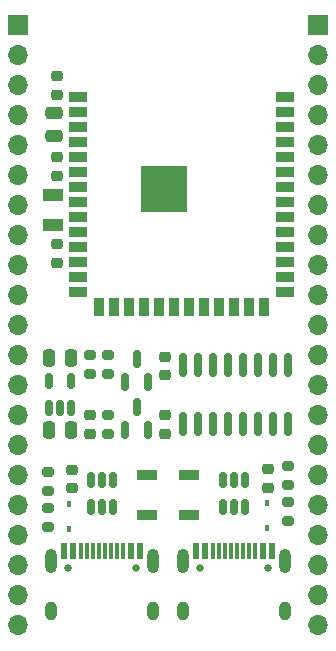
<source format=gbr>
%TF.GenerationSoftware,KiCad,Pcbnew,(6.0.10)*%
%TF.CreationDate,2023-01-22T23:50:18+10:00*%
%TF.ProjectId,ESP32-S3-Breakout,45535033-322d-4533-932d-427265616b6f,rev?*%
%TF.SameCoordinates,Original*%
%TF.FileFunction,Soldermask,Top*%
%TF.FilePolarity,Negative*%
%FSLAX46Y46*%
G04 Gerber Fmt 4.6, Leading zero omitted, Abs format (unit mm)*
G04 Created by KiCad (PCBNEW (6.0.10)) date 2023-01-22 23:50:18*
%MOMM*%
%LPD*%
G01*
G04 APERTURE LIST*
G04 Aperture macros list*
%AMRoundRect*
0 Rectangle with rounded corners*
0 $1 Rounding radius*
0 $2 $3 $4 $5 $6 $7 $8 $9 X,Y pos of 4 corners*
0 Add a 4 corners polygon primitive as box body*
4,1,4,$2,$3,$4,$5,$6,$7,$8,$9,$2,$3,0*
0 Add four circle primitives for the rounded corners*
1,1,$1+$1,$2,$3*
1,1,$1+$1,$4,$5*
1,1,$1+$1,$6,$7*
1,1,$1+$1,$8,$9*
0 Add four rect primitives between the rounded corners*
20,1,$1+$1,$2,$3,$4,$5,0*
20,1,$1+$1,$4,$5,$6,$7,0*
20,1,$1+$1,$6,$7,$8,$9,0*
20,1,$1+$1,$8,$9,$2,$3,0*%
G04 Aperture macros list end*
%ADD10RoundRect,0.150000X-0.150000X0.512500X-0.150000X-0.512500X0.150000X-0.512500X0.150000X0.512500X0*%
%ADD11RoundRect,0.150000X0.150000X-0.512500X0.150000X0.512500X-0.150000X0.512500X-0.150000X-0.512500X0*%
%ADD12R,0.450000X0.600000*%
%ADD13RoundRect,0.225000X-0.250000X0.225000X-0.250000X-0.225000X0.250000X-0.225000X0.250000X0.225000X0*%
%ADD14RoundRect,0.225000X0.250000X-0.225000X0.250000X0.225000X-0.250000X0.225000X-0.250000X-0.225000X0*%
%ADD15RoundRect,0.150000X0.150000X-0.825000X0.150000X0.825000X-0.150000X0.825000X-0.150000X-0.825000X0*%
%ADD16RoundRect,0.200000X-0.275000X0.200000X-0.275000X-0.200000X0.275000X-0.200000X0.275000X0.200000X0*%
%ADD17C,0.650000*%
%ADD18R,0.600000X1.450000*%
%ADD19R,0.300000X1.450000*%
%ADD20O,1.000000X2.100000*%
%ADD21O,1.000000X1.600000*%
%ADD22RoundRect,0.200000X0.275000X-0.200000X0.275000X0.200000X-0.275000X0.200000X-0.275000X-0.200000X0*%
%ADD23R,1.500000X0.900000*%
%ADD24R,0.900000X1.500000*%
%ADD25C,0.500000*%
%ADD26R,3.900000X3.900000*%
%ADD27R,1.800000X1.000000*%
%ADD28R,1.700000X0.900000*%
%ADD29RoundRect,0.250000X-0.475000X0.250000X-0.475000X-0.250000X0.475000X-0.250000X0.475000X0.250000X0*%
%ADD30RoundRect,0.218750X0.256250X-0.218750X0.256250X0.218750X-0.256250X0.218750X-0.256250X-0.218750X0*%
%ADD31RoundRect,0.150000X0.150000X-0.587500X0.150000X0.587500X-0.150000X0.587500X-0.150000X-0.587500X0*%
%ADD32RoundRect,0.250000X-0.250000X-0.475000X0.250000X-0.475000X0.250000X0.475000X-0.250000X0.475000X0*%
%ADD33R,1.700000X1.700000*%
%ADD34O,1.700000X1.700000*%
G04 APERTURE END LIST*
D10*
%TO.C,U1*%
X84262000Y-114686500D03*
X83312000Y-114686500D03*
X82362000Y-114686500D03*
X82362000Y-116961500D03*
X83312000Y-116961500D03*
X84262000Y-116961500D03*
%TD*%
D11*
%TO.C,U5*%
X78806000Y-108579500D03*
X79756000Y-108579500D03*
X80706000Y-108579500D03*
X80706000Y-106304500D03*
X78806000Y-106304500D03*
%TD*%
D12*
%TO.C,D1*%
X97250000Y-116650000D03*
X97250000Y-118750000D03*
%TD*%
D10*
%TO.C,U2*%
X95438000Y-114686500D03*
X94488000Y-114686500D03*
X93538000Y-114686500D03*
X93538000Y-116961500D03*
X94488000Y-116961500D03*
X95438000Y-116961500D03*
%TD*%
D13*
%TO.C,C5*%
X82296000Y-109207000D03*
X82296000Y-110757000D03*
%TD*%
%TO.C,C4*%
X79502000Y-94729000D03*
X79502000Y-96279000D03*
%TD*%
D14*
%TO.C,C3*%
X79502000Y-82055000D03*
X79502000Y-80505000D03*
%TD*%
D12*
%TO.C,D2*%
X80550000Y-116700000D03*
X80550000Y-118800000D03*
%TD*%
D15*
%TO.C,U4*%
X90170000Y-109917000D03*
X91440000Y-109917000D03*
X92710000Y-109917000D03*
X93980000Y-109917000D03*
X95250000Y-109917000D03*
X96520000Y-109917000D03*
X97790000Y-109917000D03*
X99060000Y-109917000D03*
X99060000Y-104967000D03*
X97790000Y-104967000D03*
X96520000Y-104967000D03*
X95250000Y-104967000D03*
X93980000Y-104967000D03*
X92710000Y-104967000D03*
X91440000Y-104967000D03*
X90170000Y-104967000D03*
%TD*%
D16*
%TO.C,R7*%
X83820000Y-104077000D03*
X83820000Y-105727000D03*
%TD*%
D17*
%TO.C,J1*%
X97378000Y-122114000D03*
X91598000Y-122114000D03*
D18*
X91238000Y-120669000D03*
X92038000Y-120669000D03*
D19*
X93238000Y-120669000D03*
X94238000Y-120669000D03*
X94738000Y-120669000D03*
X95738000Y-120669000D03*
D18*
X96938000Y-120669000D03*
X97738000Y-120669000D03*
X97738000Y-120669000D03*
X96938000Y-120669000D03*
D19*
X96238000Y-120669000D03*
X95238000Y-120669000D03*
X93738000Y-120669000D03*
X92738000Y-120669000D03*
D18*
X92038000Y-120669000D03*
X91238000Y-120669000D03*
D20*
X98808000Y-121584000D03*
D21*
X90168000Y-125764000D03*
D20*
X90168000Y-121584000D03*
D21*
X98808000Y-125764000D03*
%TD*%
D22*
%TO.C,R3*%
X78740000Y-118681000D03*
X78740000Y-117031000D03*
%TD*%
D23*
%TO.C,U3*%
X81293000Y-82296000D03*
X81293000Y-83566000D03*
X81293000Y-84836000D03*
X81293000Y-86106000D03*
X81293000Y-87376000D03*
X81293000Y-88646000D03*
X81293000Y-89916000D03*
X81293000Y-91186000D03*
X81293000Y-92456000D03*
X81293000Y-93726000D03*
X81293000Y-94996000D03*
X81293000Y-96266000D03*
X81293000Y-97536000D03*
X81293000Y-98806000D03*
D24*
X83058000Y-100056000D03*
X84328000Y-100056000D03*
X85598000Y-100056000D03*
X86868000Y-100056000D03*
X88138000Y-100056000D03*
X89408000Y-100056000D03*
X90678000Y-100056000D03*
X91948000Y-100056000D03*
X93218000Y-100056000D03*
X94488000Y-100056000D03*
X95758000Y-100056000D03*
X97028000Y-100056000D03*
D23*
X98793000Y-98806000D03*
X98793000Y-97536000D03*
X98793000Y-96266000D03*
X98793000Y-94996000D03*
X98793000Y-93726000D03*
X98793000Y-92456000D03*
X98793000Y-91186000D03*
X98793000Y-89916000D03*
X98793000Y-88646000D03*
X98793000Y-87376000D03*
X98793000Y-86106000D03*
X98793000Y-84836000D03*
X98793000Y-83566000D03*
X98793000Y-82296000D03*
D25*
X87143000Y-90716000D03*
X88543000Y-89316000D03*
X89243000Y-90016000D03*
X87143000Y-89316000D03*
X88543000Y-90716000D03*
D26*
X88543000Y-90016000D03*
D25*
X89243000Y-88616000D03*
X89243000Y-91416000D03*
X87843000Y-91416000D03*
X89943000Y-90716000D03*
X87843000Y-88616000D03*
X87843000Y-90016000D03*
X89943000Y-89316000D03*
%TD*%
D27*
%TO.C,Y1*%
X79134000Y-93071000D03*
X79134000Y-90571000D03*
%TD*%
D16*
%TO.C,R4*%
X78740000Y-113983000D03*
X78740000Y-115633000D03*
%TD*%
D28*
%TO.C,SW2*%
X87122000Y-114251000D03*
X87122000Y-117651000D03*
%TD*%
D29*
%TO.C,C1*%
X79248000Y-83632000D03*
X79248000Y-85532000D03*
%TD*%
D28*
%TO.C,SW1*%
X90678000Y-114251000D03*
X90678000Y-117651000D03*
%TD*%
D30*
%TO.C,FB1*%
X97400000Y-115337500D03*
X97400000Y-113762500D03*
%TD*%
D16*
%TO.C,R1*%
X99060000Y-113475000D03*
X99060000Y-115125000D03*
%TD*%
%TO.C,R6*%
X83820000Y-109157000D03*
X83820000Y-110807000D03*
%TD*%
D14*
%TO.C,C7*%
X88646000Y-105804000D03*
X88646000Y-104254000D03*
%TD*%
%TO.C,C6*%
X88646000Y-110757000D03*
X88646000Y-109207000D03*
%TD*%
D31*
%TO.C,Q1*%
X85283000Y-106347500D03*
X87183000Y-106347500D03*
X86233000Y-104472500D03*
%TD*%
%TO.C,Q2*%
X85283000Y-110411500D03*
X87183000Y-110411500D03*
X86233000Y-108536500D03*
%TD*%
D13*
%TO.C,C2*%
X79502000Y-87363000D03*
X79502000Y-88913000D03*
%TD*%
D22*
%TO.C,R2*%
X99060000Y-118173000D03*
X99060000Y-116523000D03*
%TD*%
D32*
%TO.C,C9*%
X78806000Y-104394000D03*
X80706000Y-104394000D03*
%TD*%
%TO.C,C8*%
X78806000Y-110490000D03*
X80706000Y-110490000D03*
%TD*%
D16*
%TO.C,R5*%
X82296000Y-104077000D03*
X82296000Y-105727000D03*
%TD*%
D30*
%TO.C,FB2*%
X80750000Y-115387500D03*
X80750000Y-113812500D03*
%TD*%
D17*
%TO.C,J2*%
X80422000Y-122114000D03*
X86202000Y-122114000D03*
D18*
X80062000Y-120669000D03*
X80862000Y-120669000D03*
D19*
X82062000Y-120669000D03*
X83062000Y-120669000D03*
X83562000Y-120669000D03*
X84562000Y-120669000D03*
D18*
X85762000Y-120669000D03*
X86562000Y-120669000D03*
X86562000Y-120669000D03*
X85762000Y-120669000D03*
D19*
X85062000Y-120669000D03*
X84062000Y-120669000D03*
X82562000Y-120669000D03*
X81562000Y-120669000D03*
D18*
X80862000Y-120669000D03*
X80062000Y-120669000D03*
D20*
X78992000Y-121584000D03*
D21*
X87632000Y-125764000D03*
X78992000Y-125764000D03*
D20*
X87632000Y-121584000D03*
%TD*%
D33*
%TO.C,J3*%
X76200000Y-76200000D03*
D34*
X76200000Y-78740000D03*
X76200000Y-81280000D03*
X76200000Y-83820000D03*
X76200000Y-86360000D03*
X76200000Y-88900000D03*
X76200000Y-91440000D03*
X76200000Y-93980000D03*
X76200000Y-96520000D03*
X76200000Y-99060000D03*
X76200000Y-101600000D03*
X76200000Y-104140000D03*
X76200000Y-106680000D03*
X76200000Y-109220000D03*
X76200000Y-111760000D03*
X76200000Y-114300000D03*
X76200000Y-116840000D03*
X76200000Y-119380000D03*
X76200000Y-121920000D03*
X76200000Y-124460000D03*
X76200000Y-127000000D03*
%TD*%
D33*
%TO.C,J4*%
X101600000Y-76200000D03*
D34*
X101600000Y-78740000D03*
X101600000Y-81280000D03*
X101600000Y-83820000D03*
X101600000Y-86360000D03*
X101600000Y-88900000D03*
X101600000Y-91440000D03*
X101600000Y-93980000D03*
X101600000Y-96520000D03*
X101600000Y-99060000D03*
X101600000Y-101600000D03*
X101600000Y-104140000D03*
X101600000Y-106680000D03*
X101600000Y-109220000D03*
X101600000Y-111760000D03*
X101600000Y-114300000D03*
X101600000Y-116840000D03*
X101600000Y-119380000D03*
X101600000Y-121920000D03*
X101600000Y-124460000D03*
X101600000Y-127000000D03*
%TD*%
M02*

</source>
